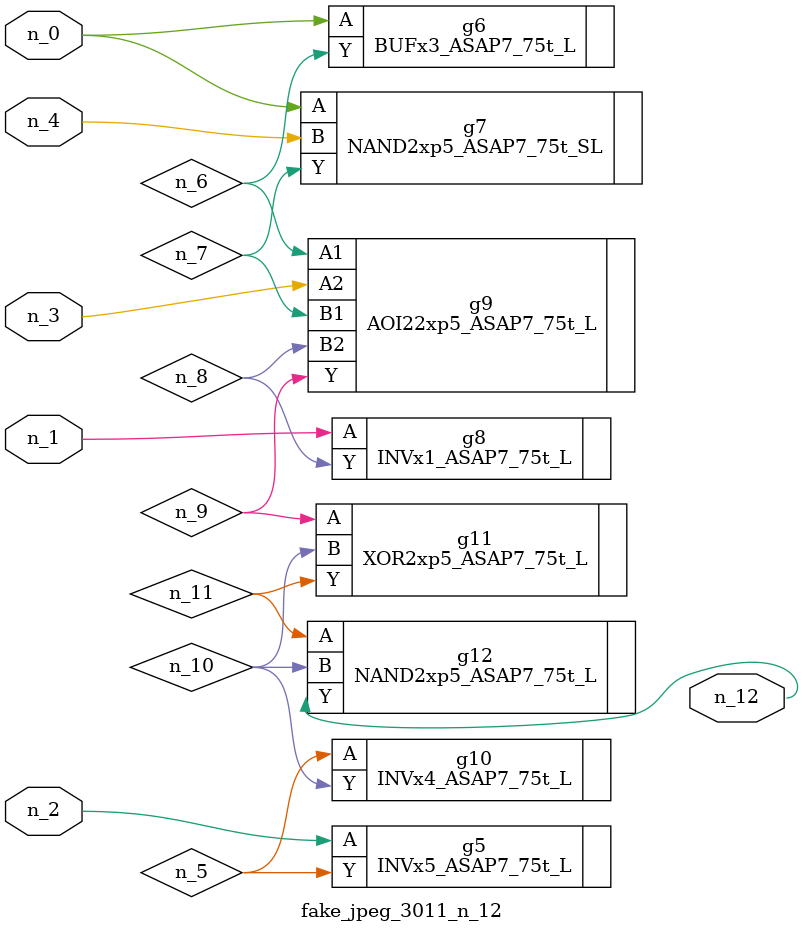
<source format=v>
module fake_jpeg_3011_n_12 (n_3, n_2, n_1, n_0, n_4, n_12);

input n_3;
input n_2;
input n_1;
input n_0;
input n_4;

output n_12;

wire n_11;
wire n_10;
wire n_8;
wire n_9;
wire n_6;
wire n_5;
wire n_7;

INVx5_ASAP7_75t_L g5 ( 
.A(n_2),
.Y(n_5)
);

BUFx3_ASAP7_75t_L g6 ( 
.A(n_0),
.Y(n_6)
);

NAND2xp5_ASAP7_75t_SL g7 ( 
.A(n_0),
.B(n_4),
.Y(n_7)
);

INVx1_ASAP7_75t_L g8 ( 
.A(n_1),
.Y(n_8)
);

AOI22xp5_ASAP7_75t_L g9 ( 
.A1(n_6),
.A2(n_3),
.B1(n_7),
.B2(n_8),
.Y(n_9)
);

XOR2xp5_ASAP7_75t_L g11 ( 
.A(n_9),
.B(n_10),
.Y(n_11)
);

INVx4_ASAP7_75t_L g10 ( 
.A(n_5),
.Y(n_10)
);

NAND2xp5_ASAP7_75t_L g12 ( 
.A(n_11),
.B(n_10),
.Y(n_12)
);


endmodule
</source>
